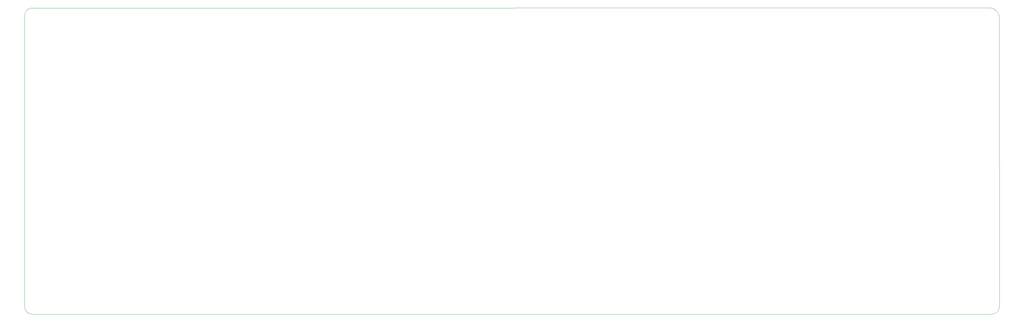
<source format=gbr>
%TF.GenerationSoftware,KiCad,Pcbnew,(6.0.7-1)-1*%
%TF.CreationDate,2022-09-29T18:34:30+02:00*%
%TF.ProjectId,staggered-keyboard,73746167-6765-4726-9564-2d6b6579626f,rev?*%
%TF.SameCoordinates,Original*%
%TF.FileFunction,Profile,NP*%
%FSLAX46Y46*%
G04 Gerber Fmt 4.6, Leading zero omitted, Abs format (unit mm)*
G04 Created by KiCad (PCBNEW (6.0.7-1)-1) date 2022-09-29 18:34:30*
%MOMM*%
%LPD*%
G01*
G04 APERTURE LIST*
%TA.AperFunction,Profile*%
%ADD10C,0.100000*%
%TD*%
G04 APERTURE END LIST*
D10*
X65112548Y-233696202D02*
G75*
G03*
X67493798Y-236077452I2381252J2D01*
G01*
X67493798Y-236077452D02*
X369118750Y-236081250D01*
X371439900Y-142845000D02*
G75*
G03*
X368264947Y-139670000I-3175000J0D01*
G01*
X369118750Y-236081200D02*
G75*
G03*
X371500000Y-233700000I-50J2381300D01*
G01*
X65102548Y-142083798D02*
X65112548Y-233696202D01*
X371500000Y-233700000D02*
X371439947Y-142845000D01*
X368264947Y-139670000D02*
X67483798Y-139702548D01*
X67483798Y-139702548D02*
G75*
G03*
X65102548Y-142083798I2J-2381252D01*
G01*
M02*

</source>
